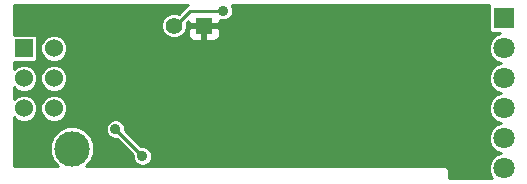
<source format=gbl>
G04 (created by PCBNEW (2013-07-07 BZR 4022)-stable) date 27/01/2014 14:30:20*
%MOIN*%
G04 Gerber Fmt 3.4, Leading zero omitted, Abs format*
%FSLAX34Y34*%
G01*
G70*
G90*
G04 APERTURE LIST*
%ADD10C,0.00590551*%
%ADD11R,0.0708661X0.0708661*%
%ADD12C,0.0708661*%
%ADD13R,0.055X0.055*%
%ADD14C,0.055*%
%ADD15R,0.06X0.06*%
%ADD16C,0.06*%
%ADD17C,0.11811*%
%ADD18C,0.035*%
%ADD19C,0.01*%
G04 APERTURE END LIST*
G54D10*
G54D11*
X86000Y-60000D03*
G54D12*
X86000Y-61000D03*
X86000Y-62000D03*
X86000Y-63000D03*
X86000Y-64000D03*
X86000Y-65000D03*
G54D13*
X76000Y-60250D03*
G54D14*
X75000Y-60250D03*
G54D15*
X70000Y-61000D03*
G54D16*
X71000Y-61000D03*
X70000Y-62000D03*
X71000Y-62000D03*
X70000Y-63000D03*
X71000Y-63000D03*
G54D17*
X71600Y-64350D03*
G54D18*
X73950Y-64600D03*
X73050Y-63700D03*
X76650Y-59750D03*
X72500Y-61500D03*
X77750Y-63000D03*
X77750Y-61500D03*
X84750Y-63250D03*
X84750Y-60250D03*
X84700Y-64500D03*
X84750Y-61500D03*
X78850Y-60900D03*
X78850Y-63850D03*
X72850Y-62400D03*
X76300Y-64300D03*
G54D19*
X73050Y-63700D02*
X73950Y-64600D01*
X75050Y-60250D02*
X75000Y-60250D01*
X75550Y-59750D02*
X75050Y-60250D01*
X76650Y-59750D02*
X75550Y-59750D01*
G54D10*
G36*
X85889Y-64500D02*
X85714Y-64572D01*
X85572Y-64713D01*
X85495Y-64899D01*
X85495Y-65099D01*
X85572Y-65285D01*
X85617Y-65330D01*
X84169Y-65330D01*
X84169Y-65100D01*
X84156Y-65035D01*
X84119Y-64980D01*
X84064Y-64943D01*
X84000Y-64930D01*
X76525Y-64930D01*
X76525Y-60475D01*
X76525Y-60362D01*
X76462Y-60300D01*
X76050Y-60300D01*
X76050Y-60712D01*
X76112Y-60775D01*
X76324Y-60775D01*
X76416Y-60737D01*
X76486Y-60666D01*
X76524Y-60574D01*
X76525Y-60475D01*
X76525Y-64930D01*
X75950Y-64930D01*
X75950Y-60712D01*
X75950Y-60300D01*
X75537Y-60300D01*
X75475Y-60362D01*
X75474Y-60475D01*
X75475Y-60574D01*
X75513Y-60666D01*
X75583Y-60737D01*
X75675Y-60775D01*
X75887Y-60775D01*
X75950Y-60712D01*
X75950Y-64930D01*
X74275Y-64930D01*
X74275Y-64535D01*
X74225Y-64416D01*
X74134Y-64324D01*
X74014Y-64275D01*
X73907Y-64274D01*
X73374Y-63742D01*
X73375Y-63635D01*
X73325Y-63516D01*
X73234Y-63424D01*
X73114Y-63375D01*
X72985Y-63374D01*
X72866Y-63424D01*
X72774Y-63515D01*
X72725Y-63635D01*
X72724Y-63764D01*
X72774Y-63883D01*
X72865Y-63975D01*
X72985Y-64024D01*
X73092Y-64025D01*
X73625Y-64557D01*
X73624Y-64664D01*
X73674Y-64783D01*
X73765Y-64875D01*
X73885Y-64924D01*
X74014Y-64925D01*
X74133Y-64875D01*
X74225Y-64784D01*
X74274Y-64664D01*
X74275Y-64535D01*
X74275Y-64930D01*
X72066Y-64930D01*
X72227Y-64770D01*
X72340Y-64497D01*
X72340Y-64203D01*
X72228Y-63931D01*
X72020Y-63722D01*
X71747Y-63609D01*
X71453Y-63609D01*
X71450Y-63610D01*
X71450Y-62910D01*
X71450Y-61910D01*
X71450Y-60910D01*
X71381Y-60745D01*
X71255Y-60618D01*
X71089Y-60550D01*
X70910Y-60549D01*
X70745Y-60618D01*
X70618Y-60744D01*
X70550Y-60910D01*
X70549Y-61089D01*
X70618Y-61254D01*
X70744Y-61381D01*
X70910Y-61449D01*
X71089Y-61450D01*
X71254Y-61381D01*
X71381Y-61255D01*
X71449Y-61089D01*
X71450Y-60910D01*
X71450Y-61910D01*
X71381Y-61745D01*
X71255Y-61618D01*
X71089Y-61550D01*
X70910Y-61549D01*
X70745Y-61618D01*
X70618Y-61744D01*
X70550Y-61910D01*
X70549Y-62089D01*
X70618Y-62254D01*
X70744Y-62381D01*
X70910Y-62449D01*
X71089Y-62450D01*
X71254Y-62381D01*
X71381Y-62255D01*
X71449Y-62089D01*
X71450Y-61910D01*
X71450Y-62910D01*
X71381Y-62745D01*
X71255Y-62618D01*
X71089Y-62550D01*
X70910Y-62549D01*
X70745Y-62618D01*
X70618Y-62744D01*
X70550Y-62910D01*
X70549Y-63089D01*
X70618Y-63254D01*
X70744Y-63381D01*
X70910Y-63449D01*
X71089Y-63450D01*
X71254Y-63381D01*
X71381Y-63255D01*
X71449Y-63089D01*
X71450Y-62910D01*
X71450Y-63610D01*
X71181Y-63721D01*
X70972Y-63929D01*
X70859Y-64202D01*
X70859Y-64496D01*
X70971Y-64768D01*
X71132Y-64930D01*
X69669Y-64930D01*
X69669Y-63306D01*
X69744Y-63381D01*
X69910Y-63449D01*
X70089Y-63450D01*
X70254Y-63381D01*
X70381Y-63255D01*
X70449Y-63089D01*
X70450Y-62910D01*
X70381Y-62745D01*
X70255Y-62618D01*
X70089Y-62550D01*
X69910Y-62549D01*
X69745Y-62618D01*
X69669Y-62693D01*
X69669Y-62306D01*
X69744Y-62381D01*
X69910Y-62449D01*
X70089Y-62450D01*
X70254Y-62381D01*
X70381Y-62255D01*
X70449Y-62089D01*
X70450Y-61910D01*
X70381Y-61745D01*
X70255Y-61618D01*
X70089Y-61550D01*
X69910Y-61549D01*
X69745Y-61618D01*
X69669Y-61693D01*
X69669Y-61449D01*
X69670Y-61449D01*
X69729Y-61450D01*
X70329Y-61450D01*
X70384Y-61427D01*
X70427Y-61385D01*
X70449Y-61329D01*
X70450Y-61270D01*
X70450Y-60670D01*
X70427Y-60615D01*
X70385Y-60572D01*
X70329Y-60550D01*
X70270Y-60549D01*
X69670Y-60549D01*
X69669Y-60550D01*
X69669Y-59569D01*
X75466Y-59569D01*
X75408Y-59608D01*
X75160Y-59856D01*
X75084Y-59825D01*
X74915Y-59824D01*
X74759Y-59889D01*
X74639Y-60008D01*
X74575Y-60165D01*
X74574Y-60334D01*
X74639Y-60490D01*
X74758Y-60610D01*
X74915Y-60674D01*
X75084Y-60675D01*
X75240Y-60610D01*
X75360Y-60491D01*
X75424Y-60334D01*
X75425Y-60165D01*
X75422Y-60160D01*
X75474Y-60107D01*
X75475Y-60137D01*
X75537Y-60200D01*
X75950Y-60200D01*
X75950Y-60192D01*
X76050Y-60192D01*
X76050Y-60200D01*
X76462Y-60200D01*
X76525Y-60137D01*
X76525Y-60050D01*
X76585Y-60074D01*
X76714Y-60075D01*
X76833Y-60025D01*
X76925Y-59934D01*
X76974Y-59814D01*
X76975Y-59685D01*
X76927Y-59569D01*
X85514Y-59569D01*
X85495Y-59615D01*
X85495Y-59675D01*
X85495Y-60384D01*
X85518Y-60439D01*
X85560Y-60481D01*
X85615Y-60504D01*
X85675Y-60504D01*
X85878Y-60504D01*
X85714Y-60572D01*
X85572Y-60713D01*
X85495Y-60899D01*
X85495Y-61099D01*
X85572Y-61285D01*
X85713Y-61427D01*
X85889Y-61500D01*
X85714Y-61572D01*
X85572Y-61713D01*
X85495Y-61899D01*
X85495Y-62099D01*
X85572Y-62285D01*
X85713Y-62427D01*
X85889Y-62500D01*
X85714Y-62572D01*
X85572Y-62713D01*
X85495Y-62899D01*
X85495Y-63099D01*
X85572Y-63285D01*
X85713Y-63427D01*
X85889Y-63500D01*
X85714Y-63572D01*
X85572Y-63713D01*
X85495Y-63899D01*
X85495Y-64099D01*
X85572Y-64285D01*
X85713Y-64427D01*
X85889Y-64500D01*
X85889Y-64500D01*
G37*
G54D19*
X85889Y-64500D02*
X85714Y-64572D01*
X85572Y-64713D01*
X85495Y-64899D01*
X85495Y-65099D01*
X85572Y-65285D01*
X85617Y-65330D01*
X84169Y-65330D01*
X84169Y-65100D01*
X84156Y-65035D01*
X84119Y-64980D01*
X84064Y-64943D01*
X84000Y-64930D01*
X76525Y-64930D01*
X76525Y-60475D01*
X76525Y-60362D01*
X76462Y-60300D01*
X76050Y-60300D01*
X76050Y-60712D01*
X76112Y-60775D01*
X76324Y-60775D01*
X76416Y-60737D01*
X76486Y-60666D01*
X76524Y-60574D01*
X76525Y-60475D01*
X76525Y-64930D01*
X75950Y-64930D01*
X75950Y-60712D01*
X75950Y-60300D01*
X75537Y-60300D01*
X75475Y-60362D01*
X75474Y-60475D01*
X75475Y-60574D01*
X75513Y-60666D01*
X75583Y-60737D01*
X75675Y-60775D01*
X75887Y-60775D01*
X75950Y-60712D01*
X75950Y-64930D01*
X74275Y-64930D01*
X74275Y-64535D01*
X74225Y-64416D01*
X74134Y-64324D01*
X74014Y-64275D01*
X73907Y-64274D01*
X73374Y-63742D01*
X73375Y-63635D01*
X73325Y-63516D01*
X73234Y-63424D01*
X73114Y-63375D01*
X72985Y-63374D01*
X72866Y-63424D01*
X72774Y-63515D01*
X72725Y-63635D01*
X72724Y-63764D01*
X72774Y-63883D01*
X72865Y-63975D01*
X72985Y-64024D01*
X73092Y-64025D01*
X73625Y-64557D01*
X73624Y-64664D01*
X73674Y-64783D01*
X73765Y-64875D01*
X73885Y-64924D01*
X74014Y-64925D01*
X74133Y-64875D01*
X74225Y-64784D01*
X74274Y-64664D01*
X74275Y-64535D01*
X74275Y-64930D01*
X72066Y-64930D01*
X72227Y-64770D01*
X72340Y-64497D01*
X72340Y-64203D01*
X72228Y-63931D01*
X72020Y-63722D01*
X71747Y-63609D01*
X71453Y-63609D01*
X71450Y-63610D01*
X71450Y-62910D01*
X71450Y-61910D01*
X71450Y-60910D01*
X71381Y-60745D01*
X71255Y-60618D01*
X71089Y-60550D01*
X70910Y-60549D01*
X70745Y-60618D01*
X70618Y-60744D01*
X70550Y-60910D01*
X70549Y-61089D01*
X70618Y-61254D01*
X70744Y-61381D01*
X70910Y-61449D01*
X71089Y-61450D01*
X71254Y-61381D01*
X71381Y-61255D01*
X71449Y-61089D01*
X71450Y-60910D01*
X71450Y-61910D01*
X71381Y-61745D01*
X71255Y-61618D01*
X71089Y-61550D01*
X70910Y-61549D01*
X70745Y-61618D01*
X70618Y-61744D01*
X70550Y-61910D01*
X70549Y-62089D01*
X70618Y-62254D01*
X70744Y-62381D01*
X70910Y-62449D01*
X71089Y-62450D01*
X71254Y-62381D01*
X71381Y-62255D01*
X71449Y-62089D01*
X71450Y-61910D01*
X71450Y-62910D01*
X71381Y-62745D01*
X71255Y-62618D01*
X71089Y-62550D01*
X70910Y-62549D01*
X70745Y-62618D01*
X70618Y-62744D01*
X70550Y-62910D01*
X70549Y-63089D01*
X70618Y-63254D01*
X70744Y-63381D01*
X70910Y-63449D01*
X71089Y-63450D01*
X71254Y-63381D01*
X71381Y-63255D01*
X71449Y-63089D01*
X71450Y-62910D01*
X71450Y-63610D01*
X71181Y-63721D01*
X70972Y-63929D01*
X70859Y-64202D01*
X70859Y-64496D01*
X70971Y-64768D01*
X71132Y-64930D01*
X69669Y-64930D01*
X69669Y-63306D01*
X69744Y-63381D01*
X69910Y-63449D01*
X70089Y-63450D01*
X70254Y-63381D01*
X70381Y-63255D01*
X70449Y-63089D01*
X70450Y-62910D01*
X70381Y-62745D01*
X70255Y-62618D01*
X70089Y-62550D01*
X69910Y-62549D01*
X69745Y-62618D01*
X69669Y-62693D01*
X69669Y-62306D01*
X69744Y-62381D01*
X69910Y-62449D01*
X70089Y-62450D01*
X70254Y-62381D01*
X70381Y-62255D01*
X70449Y-62089D01*
X70450Y-61910D01*
X70381Y-61745D01*
X70255Y-61618D01*
X70089Y-61550D01*
X69910Y-61549D01*
X69745Y-61618D01*
X69669Y-61693D01*
X69669Y-61449D01*
X69670Y-61449D01*
X69729Y-61450D01*
X70329Y-61450D01*
X70384Y-61427D01*
X70427Y-61385D01*
X70449Y-61329D01*
X70450Y-61270D01*
X70450Y-60670D01*
X70427Y-60615D01*
X70385Y-60572D01*
X70329Y-60550D01*
X70270Y-60549D01*
X69670Y-60549D01*
X69669Y-60550D01*
X69669Y-59569D01*
X75466Y-59569D01*
X75408Y-59608D01*
X75160Y-59856D01*
X75084Y-59825D01*
X74915Y-59824D01*
X74759Y-59889D01*
X74639Y-60008D01*
X74575Y-60165D01*
X74574Y-60334D01*
X74639Y-60490D01*
X74758Y-60610D01*
X74915Y-60674D01*
X75084Y-60675D01*
X75240Y-60610D01*
X75360Y-60491D01*
X75424Y-60334D01*
X75425Y-60165D01*
X75422Y-60160D01*
X75474Y-60107D01*
X75475Y-60137D01*
X75537Y-60200D01*
X75950Y-60200D01*
X75950Y-60192D01*
X76050Y-60192D01*
X76050Y-60200D01*
X76462Y-60200D01*
X76525Y-60137D01*
X76525Y-60050D01*
X76585Y-60074D01*
X76714Y-60075D01*
X76833Y-60025D01*
X76925Y-59934D01*
X76974Y-59814D01*
X76975Y-59685D01*
X76927Y-59569D01*
X85514Y-59569D01*
X85495Y-59615D01*
X85495Y-59675D01*
X85495Y-60384D01*
X85518Y-60439D01*
X85560Y-60481D01*
X85615Y-60504D01*
X85675Y-60504D01*
X85878Y-60504D01*
X85714Y-60572D01*
X85572Y-60713D01*
X85495Y-60899D01*
X85495Y-61099D01*
X85572Y-61285D01*
X85713Y-61427D01*
X85889Y-61500D01*
X85714Y-61572D01*
X85572Y-61713D01*
X85495Y-61899D01*
X85495Y-62099D01*
X85572Y-62285D01*
X85713Y-62427D01*
X85889Y-62500D01*
X85714Y-62572D01*
X85572Y-62713D01*
X85495Y-62899D01*
X85495Y-63099D01*
X85572Y-63285D01*
X85713Y-63427D01*
X85889Y-63500D01*
X85714Y-63572D01*
X85572Y-63713D01*
X85495Y-63899D01*
X85495Y-64099D01*
X85572Y-64285D01*
X85713Y-64427D01*
X85889Y-64500D01*
M02*

</source>
